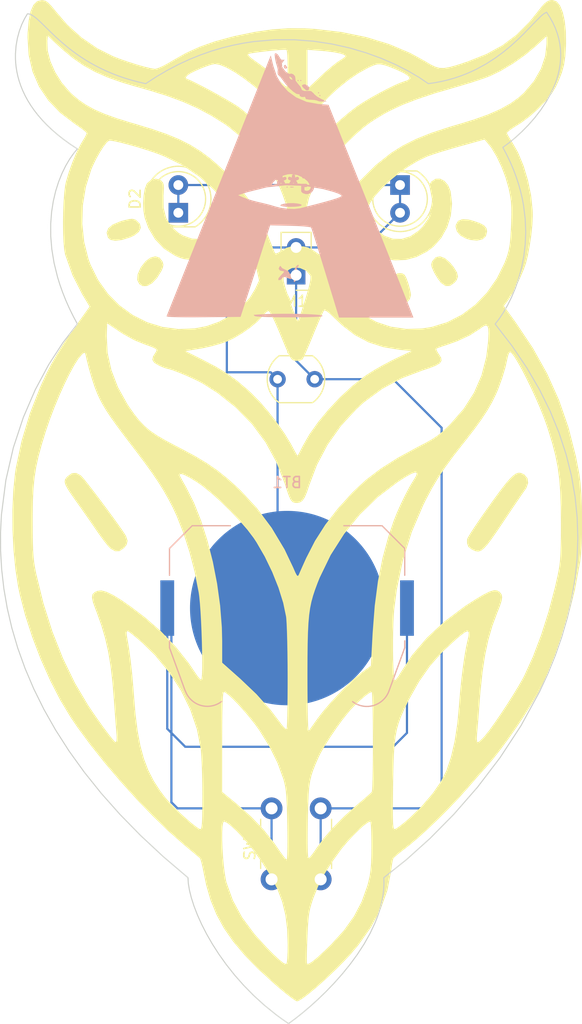
<source format=kicad_pcb>
(kicad_pcb (version 20241229) (generator "pcbnew") (generator_version "9.0")
  (layers (0 "F.Cu" signal) (2 "B.Cu" signal) (13 "F.Paste" user) (15 "B.Paste" user) (5 "F.SilkS" user "F.Silkscreen") (7 "B.SilkS" user "B.Silkscreen") (1 "F.Mask" user) (3 "B.Mask" user) (25 "Edge.Cuts" user))
  (net 0 "")
  (net 1 "Net-(BT1--)")
  (net 2 "Net-(BT1-+)")
  (net 3 "Net-(M1-+)")
  (footprint "LOGO" (layer "F.Cu") (at 86.36 71.12)
    (property "Reference" "G***" (hide yes))
    (property "Value" "LOGO" (hide yes))
  )
  (footprint "Connector_PinHeader_2.54mm:PinHeader_1x02_P2.54mm_Vertical" (layer "F.Cu") (at 86.995 59.055 180)
    (property "Reference" "M1" (at 0 -2.38 0) (layer "F.SilkS"))
    (property "Value" "Motor_DC")
    (pad "1" thru_hole rect (at 0 0 180) (size 1.7 1.7) (drill 1) (layers "*.Cu" "*.Mask") (net 3 "Net-(M1-+)"))
    (pad "2" thru_hole circle (at 0 2.54 180) (size 1.7 1.7) (drill 1) (layers "*.Cu" "*.Mask") (net 1 "Net-(BT1--)"))
  )
  (footprint "LED_THT:LED_D5.0mm" (layer "F.Cu") (at 76.2 53.34 90)
    (property "Reference" "D2" (at 1.27 -3.96 90) (layer "F.SilkS"))
    (property "Value" "LED")
    (pad "1" thru_hole rect (at 0 0 90) (size 1.8 1.8) (drill 0.9) (layers "*.Cu" "*.Mask") (net 1 "Net-(BT1--)"))
    (pad "2" thru_hole circle (at 2.54 0 90) (size 1.8 1.8) (drill 0.9) (layers "*.Cu" "*.Mask") (net 1 "Net-(BT1--)"))
  )
  (footprint "LED_THT:LED_D5.0mm" (layer "F.Cu") (at 96.52 50.8 -90)
    (property "Reference" "D1" (at 1.27 -3.96 90) (layer "F.SilkS"))
    (property "Value" "LED")
    (pad "1" thru_hole rect (at 0 0 270) (size 1.8 1.8) (drill 0.9) (layers "*.Cu" "*.Mask") (net 1 "Net-(BT1--)"))
    (pad "2" thru_hole circle (at 2.54 0 270) (size 1.8 1.8) (drill 0.9) (layers "*.Cu" "*.Mask") (net 1 "Net-(BT1--)"))
  )
  (footprint "OptoDevice:R_LDR_5.1x4.3mm_P3.4mm_Vertical" (layer "F.Cu") (at 85.295 68.58)
    (property "Reference" "R1" (at 1.7 -2.9 0) (layer "F.SilkS"))
    (property "Value" "R_Photo")
    (pad "1" thru_hole circle (at 0 0) (size 1.5 1.5) (drill 0.8) (layers "*.Cu" "*.Mask") (net 1 "Net-(BT1--)"))
    (pad "2" thru_hole circle (at 3.4 0) (size 1.5 1.5) (drill 0.8) (layers "*.Cu" "*.Mask") (net 3 "Net-(M1-+)"))
  )
  (footprint "Button_Switch_THT:SW_PUSH_6mm" (layer "F.Cu") (at 84.745 114.375 90)
    (property "Reference" "SW1" (at 3.25 -2 90) (layer "F.SilkS"))
    (property "Value" "SW_Push" (hide yes))
    (pad "1" thru_hole circle (at 0 0 180) (size 2 2) (drill 1.1) (layers "*.Cu" "*.Mask") (net 2 "Net-(BT1-+)"))
    (pad "1" thru_hole circle (at 6.5 0 180) (size 2 2) (drill 1.1) (layers "*.Cu" "*.Mask") (net 2 "Net-(BT1-+)"))
    (pad "2" thru_hole circle (at 0 4.5 180) (size 2 2) (drill 1.1) (layers "*.Cu" "*.Mask") (net 3 "Net-(M1-+)"))
    (pad "2" thru_hole circle (at 6.5 4.5 180) (size 2 2) (drill 1.1) (layers "*.Cu" "*.Mask") (net 3 "Net-(M1-+)"))
  )
  (footprint "LOGO" (layer "B.Cu") (at 86.36 50.8 180)
    (property "Reference" "G***" (at 0 0 0) (layer "B.SilkS") (effects (font (size 1.5 1.5) (thickness 0.3)) (justify mirror)))
    (property "Value" "LOGO" (hide yes))
  )
  (footprint "Battery:BatteryHolder_Keystone_3034_1x20mm" (layer "B.Cu") (at 86.17 89.535 180)
    (property "Reference" "BT1" (at 0 11.5 0) (layer "B.SilkS") (effects (justify mirror)))
    (property "Value" "Battery_Cell")
    (pad "1" smd rect (at -10.985 0 180) (size 1.27 5.08) (layers "B.Cu" "B.Mask" "B.Paste") (net 2 "Net-(BT1-+)"))
    (pad "1" smd rect (at 10.985 0 180) (size 1.27 5.08) (layers "B.Cu" "B.Mask" "B.Paste") (net 2 "Net-(BT1-+)"))
    (pad "2" smd circle (at 0 0 180) (size 17.8 17.8) (layers "B.Cu" "B.Mask") (net 1 "Net-(BT1--)"))
  )
  (gr_poly (pts (xy 110.266024 35.463154) (xy 110.532415 35.948109) (xy 110.753481 36.432178) (xy 110.931112 36.914754) (xy 111.067198 37.395229) (xy 111.163628 37.872994) (xy 111.22229 38.347444) (xy 111.245075 38.817969) (xy 111.233871 39.283962) (xy 111.190568 39.744815) (xy 111.117055 40.199921) (xy 111.01522 40.648672) (xy 110.886955 41.09046) (xy 110.734146 41.524677) (xy 110.558684 41.950717) (xy 110.362459 42.367971) (xy 109.915272 43.17369) (xy 109.4077 43.936973) (xy 108.854856 44.652959) (xy 108.271855 45.316786) (xy 107.673809 45.923593) (xy 107.075833 46.468518) (xy 106.493041 46.946699) (xy 105.940546 47.353275) (xy 106.30571 48.041418) (xy 106.631436 48.72377) (xy 106.91917 49.399731) (xy 107.170358 50.068701) (xy 107.386445 50.730081) (xy 107.568879 51.38327) (xy 107.719104 52.027668) (xy 107.838567 52.662676) (xy 107.990991 53.902119) (xy 108.03772 55.0968) (xy 107.99032 56.241918) (xy 107.860362 57.332674) (xy 107.659412 58.364267) (xy 107.39904 59.331897) (xy 107.090814 60.230765) (xy 106.746301 61.05607) (xy 106.37707 61.803013) (xy 105.99469 62.466794) (xy 105.610728 63.042612) (xy 105.236753 63.525667) (xy 106.78356 65.529071) (xy 108.135018 67.529769) (xy 109.298623 69.525326) (xy 110.281874 71.513311) (xy 111.092269 73.491288) (xy 111.737306 75.456826) (xy 112.224484 77.407489) (xy 112.5613 79.340846) (xy 112.755252 81.254462) (xy 112.813838 83.145904) (xy 112.744557 85.012738) (xy 112.554906 86.852531) (xy 112.252383 88.66285) (xy 111.844487 90.44126) (xy 111.338715 92.18533) (xy 110.742566 93.892624) (xy 110.063537 95.560709) (xy 109.309127 97.187153) (xy 107.604156 100.305381) (xy 105.687635 103.22784) (xy 103.619549 105.935061) (xy 101.459882 108.407577) (xy 99.26862 110.62592) (xy 97.105746 112.570623) (xy 95.031244 114.222218) (xy 95.044591 114.739455) (xy 95.022417 115.257055) (xy 94.966428 115.774338) (xy 94.878331 116.290623) (xy 94.759833 116.805231) (xy 94.612639 117.317482) (xy 94.438457 117.826697) (xy 94.238992 118.332196) (xy 93.77104 119.329326) (xy 93.222435 120.303435) (xy 92.606827 121.249085) (xy 91.937869 122.160839) (xy 91.22921 123.033259) (xy 90.494503 123.860907) (xy 89.747398 124.638346) (xy 89.001547 125.360138) (xy 88.2706 126.020845) (xy 87.568209 126.615029) (xy 86.908024 127.137254) (xy 86.303698 127.582081) (xy 85.719925 127.179962) (xy 85.156258 126.765392) (xy 84.088824 125.903481) (xy 83.100572 125.005514) (xy 82.190676 124.08066) (xy 81.358312 123.138086) (xy 80.602655 122.186959) (xy 79.92288 121.236449) (xy 79.318162 120.295721) (xy 78.787676 119.373944) (xy 78.330598 118.480286) (xy 77.946103 117.623915) (xy 77.633366 116.813997) (xy 77.391561 116.0597) (xy 77.219865 115.370193) (xy 77.117452 114.754643) (xy 77.083498 114.222218) (xy 74.819816 112.294047) (xy 72.743837 110.361025) (xy 70.849351 108.425857) (xy 69.130149 106.491246) (xy 67.580021 104.559895) (xy 66.19276 102.634508) (xy 64.962154 100.71779) (xy 63.881996 98.812444) (xy 62.946075 96.921174) (xy 62.148183 95.046683) (xy 61.48211 93.191676) (xy 60.941647 91.358857) (xy 60.520586 89.550928) (xy 60.212716 87.770595) (xy 60.011828 86.02056) (xy 59.911713 84.303528) (xy 59.906162 82.622202) (xy 59.988966 80.979286) (xy 60.394801 77.8195) (xy 61.079544 74.845801) (xy 61.993521 72.079819) (xy 63.087058 69.543184) (xy 64.310481 67.257526) (xy 65.614117 65.244477) (xy 66.948291 63.525667) (xy 66.551666 62.782615) (xy 66.194883 62.05142) (xy 65.876517 61.332458) (xy 65.595143 60.626105) (xy 65.349335 59.932738) (xy 65.137668 59.252732) (xy 64.811056 57.934306) (xy 64.603902 56.673837) (xy 64.504805 55.474331) (xy 64.502361 54.338796) (xy 64.585168 53.270239) (xy 64.741823 52.271668) (xy 64.960922 51.34609) (xy 65.231062 50.496513) (xy 65.540842 49.725944) (xy 65.878857 49.037391) (xy 66.233706 48.433862) (xy 66.593985 47.918363) (xy 66.948291 47.493902) (xy 66.296862 47.06384) (xy 65.692954 46.628514) (xy 65.135097 46.188729) (xy 64.621818 45.745293) (xy 64.151645 45.29901) (xy 63.723107 44.850688) (xy 63.334731 44.401131) (xy 62.985047 43.951146) (xy 62.672582 43.501538) (xy 62.395865 43.053114) (xy 62.153423 42.60668) (xy 61.943786 42.163042) (xy 61.76548 41.723005) (xy 61.617036 41.287376) (xy 61.49698 40.85696) (xy 61.403841 40.432564) (xy 61.336148 40.014993) (xy 61.292428 39.605054) (xy 61.27121 39.203552) (xy 61.271021 38.811293) (xy 61.327848 38.057731) (xy 61.451133 37.350813) (xy 61.629103 36.696988) (xy 61.849984 36.102704) (xy 62.102001 35.574408) (xy 62.373381 35.118549) (xy 62.501157 35.132514) (xy 62.634294 35.173413) (xy 62.773617 35.239754) (xy 62.91995 35.330041) (xy 63.07412 35.442783) (xy 63.236949 35.576485) (xy 63.591889 35.900796) (xy 64.441985 36.73523) (xy 64.950339 37.221457) (xy 65.523027 37.737761) (xy 66.166648 38.272192) (xy 66.517121 38.542472) (xy 66.887802 38.812803) (xy 67.279515 39.081693) (xy 67.693085 39.347647) (xy 68.129338 39.609173) (xy 68.589098 39.864776) (xy 69.073189 40.112963) (xy 69.582438 40.352241) (xy 70.117668 40.581116) (xy 70.679704 40.798094) (xy 71.269371 41.001683) (xy 71.887494 41.190389) (xy 72.534898 41.362718) (xy 73.212407 41.517176) (xy 74.216113 40.86514) (xy 75.220428 40.278603) (xy 76.224038 39.755222) (xy 77.225629 39.292654) (xy 78.223886 38.888555) (xy 79.217495 38.540583) (xy 80.205141 38.246394) (xy 81.185509 38.003645) (xy 82.157286 37.809992) (xy 83.119156 37.663093) (xy 85.00792 37.500181) (xy 86.841286 37.496164) (xy 88.608736 37.632295) (xy 90.299756 37.889829) (xy 91.903829 38.250019) (xy 93.41044 38.69412) (xy 94.809072 39.203386) (xy 96.08921 39.759071) (xy 97.240338 40.342428) (xy 98.25194 40.934711) (xy 99.1135 41.517176) (xy 99.742056 41.425177) (xy 100.347918 41.308549) (xy 100.931485 41.169029) (xy 101.493158 41.008355) (xy 102.033335 40.828265) (xy 102.552416 40.630499) (xy 103.050801 40.416793) (xy 103.528888 40.188887) (xy 104.42577 39.697423) (xy 105.246257 39.170012) (xy 105.993544 38.620559) (xy 106.670827 38.06297) (xy 107.281302 37.511148) (xy 107.828165 36.979) (xy 108.743833 36.029342) (xy 109.443397 35.325236) (xy 109.720129 35.100027) (xy 109.952421 34.97792)) (stroke (width 0.1)) (fill no) (layer "Edge.Cuts"))
  (segment (start 80.645 58.42) (end 80.645 67.945) (width 0.2) (layer "B.Cu") (net 1))
  (segment (start 86.995 56.515) (end 82.55 56.515) (width 0.2) (layer "B.Cu") (net 1))
  (segment (start 85.295 88.66) (end 85.295 68.58) (width 0.2) (layer "B.Cu") (net 1))
  (segment (start 93.345 56.515) (end 86.995 56.515) (width 0.2) (layer "B.Cu") (net 1))
  (segment (start 80.645 67.945) (end 84.66 67.945) (width 0.2) (layer "B.Cu") (net 1))
  (segment (start 96.52 53.34) (end 93.345 56.515) (width 0.2) (layer "B.Cu") (net 1))
  (segment (start 76.2 50.8) (end 96.52 50.8) (width 0.2) (layer "B.Cu") (net 1))
  (segment (start 76.2 53.34) (end 76.2 50.8) (width 0.2) (layer "B.Cu") (net 1))
  (segment (start 86.17 89.535) (end 85.295 88.66) (width 0.2) (layer "B.Cu") (net 1))
  (segment (start 84.66 67.945) (end 85.295 68.58) (width 0.2) (layer "B.Cu") (net 1))
  (segment (start 96.52 53.34) (end 96.52 50.8) (width 0.2) (layer "B.Cu") (net 1))
  (segment (start 82.55 56.515) (end 80.645 58.42) (width 0.2) (layer "B.Cu") (net 1))
  (segment (start 76.835 102.235) (end 95.885 102.235) (width 0.2) (layer "B.Cu") (net 2))
  (segment (start 75.185 100.585) (end 76.835 102.235) (width 0.2) (layer "B.Cu") (net 2))
  (segment (start 95.885 102.235) (end 97.155 100.965) (width 0.2) (layer "B.Cu") (net 2))
  (segment (start 75.565 107.315) (end 75.565 89.915) (width 0.2) (layer "B.Cu") (net 2))
  (segment (start 84.745 114.375) (end 84.745 107.875) (width 0.2) (layer "B.Cu") (net 2))
  (segment (start 76.125 107.875) (end 75.565 107.315) (width 0.2) (layer "B.Cu") (net 2))
  (segment (start 75.565 89.915) (end 75.185 89.535) (width 0.2) (layer "B.Cu") (net 2))
  (segment (start 75.185 89.535) (end 75.185 100.585) (width 0.2) (layer "B.Cu") (net 2))
  (segment (start 84.745 107.875) (end 76.125 107.875) (width 0.2) (layer "B.Cu") (net 2))
  (segment (start 97.155 100.965) (end 97.155 89.535) (width 0.2) (layer "B.Cu") (net 2))
  (segment (start 86.995 66.88) (end 88.695 68.58) (width 0.2) (layer "B.Cu") (net 3))
  (segment (start 86.995 59.055) (end 86.995 66.88) (width 0.2) (layer "B.Cu") (net 3))
  (segment (start 89.245 107.875) (end 99.135 107.875) (width 0.2) (layer "B.Cu") (net 3))
  (segment (start 99.135 107.875) (end 100.33 106.68) (width 0.2) (layer "B.Cu") (net 3))
  (segment (start 100.33 106.68) (end 100.33 73.025) (width 0.2) (layer "B.Cu") (net 3))
  (segment (start 100.33 73.025) (end 95.885 68.58) (width 0.2) (layer "B.Cu") (net 3))
  (segment (start 89.245 107.875) (end 89.245 114.375) (width 0.2) (layer "B.Cu") (net 3))
  (segment (start 95.885 68.58) (end 88.695 68.58) (width 0.2) (layer "B.Cu") (net 3))
)
</source>
